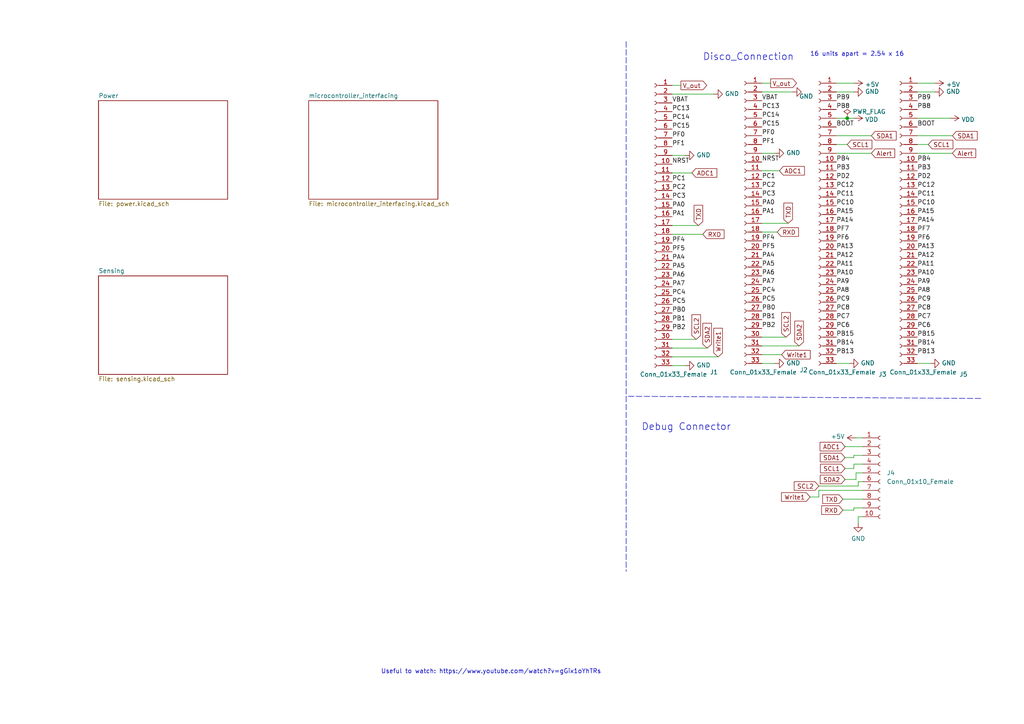
<source format=kicad_sch>
(kicad_sch (version 20211123) (generator eeschema)
  (paper "A4")
  (title_block (title "EEE3088F Template") (date "2022-02-21") (rev "V0.0") (company "University of Cape Town") (comment 3 "@Checked By: ") (comment 4 "@Authors: Justin Pead"))
  (lib_symbols
    (symbol "Connector:Conn_01x10_Female" (pin_names (offset 1.016) hide)
      (property "Reference" "J" (at 0 12.7 0))
      (property "Value" "Conn_01x10_Female" (at 0 -15.24 0))
      (symbol "Conn_01x10_Female_1_1"
        (arc (start 0 -12.192) (mid -0.508 -12.7) (end 0 -13.208) (stroke (width 0.1524)))
        (arc (start 0 -9.652) (mid -0.508 -10.16) (end 0 -10.668) (stroke (width 0.1524)))
        (arc (start 0 -7.112) (mid -0.508 -7.62) (end 0 -8.128) (stroke (width 0.1524)))
        (arc (start 0 -4.572) (mid -0.508 -5.08) (end 0 -5.588) (stroke (width 0.1524)))
        (arc (start 0 -2.032) (mid -0.508 -2.54) (end 0 -3.048) (stroke (width 0.1524)))
        (polyline (pts (xy -1.27 -12.7) (xy -0.508 -12.7)) (stroke (width 0.1524)))
        (polyline (pts (xy -1.27 -10.16) (xy -0.508 -10.16)) (stroke (width 0.1524)))
        (polyline (pts (xy -1.27 -7.62) (xy -0.508 -7.62)) (stroke (width 0.1524)))
        (polyline (pts (xy -1.27 -5.08) (xy -0.508 -5.08)) (stroke (width 0.1524)))
        (polyline (pts (xy -1.27 -2.54) (xy -0.508 -2.54)) (stroke (width 0.1524)))
        (polyline (pts (xy -1.27 0) (xy -0.508 0)) (stroke (width 0.1524)))
        (polyline (pts (xy -1.27 2.54) (xy -0.508 2.54)) (stroke (width 0.1524)))
        (polyline (pts (xy -1.27 5.08) (xy -0.508 5.08)) (stroke (width 0.1524)))
        (polyline (pts (xy -1.27 7.62) (xy -0.508 7.62)) (stroke (width 0.1524)))
        (polyline (pts (xy -1.27 10.16) (xy -0.508 10.16)) (stroke (width 0.1524)))
        (arc (start 0 0.508) (mid -0.508 0) (end 0 -0.508) (stroke (width 0.1524)))
        (arc (start 0 3.048) (mid -0.508 2.54) (end 0 2.032) (stroke (width 0.1524)))
        (arc (start 0 5.588) (mid -0.508 5.08) (end 0 4.572) (stroke (width 0.1524)))
        (arc (start 0 8.128) (mid -0.508 7.62) (end 0 7.112) (stroke (width 0.1524)))
        (arc (start 0 10.668) (mid -0.508 10.16) (end 0 9.652) (stroke (width 0.1524)))
        (pin passive line (at -5.08 10.16 0) (length 3.81) (name "Pin_1") (number "1"))
        (pin passive line (at -5.08 -12.7 0) (length 3.81) (name "Pin_10") (number "10"))
        (pin passive line (at -5.08 7.62 0) (length 3.81) (name "Pin_2") (number "2"))
        (pin passive line (at -5.08 5.08 0) (length 3.81) (name "Pin_3") (number "3"))
        (pin passive line (at -5.08 2.54 0) (length 3.81) (name "Pin_4") (number "4"))
        (pin passive line (at -5.08 0 0) (length 3.81) (name "Pin_5") (number "5"))
        (pin passive line (at -5.08 -2.54 0) (length 3.81) (name "Pin_6") (number "6"))
        (pin passive line (at -5.08 -5.08 0) (length 3.81) (name "Pin_7") (number "7"))
        (pin passive line (at -5.08 -7.62 0) (length 3.81) (name "Pin_8") (number "8"))
        (pin passive line (at -5.08 -10.16 0) (length 3.81) (name "Pin_9") (number "9"))
      )
    )
    (symbol "Connector:Conn_01x33_Female" (pin_names (offset 1.016) hide)
      (property "Reference" "J" (at 0 43.18 0))
      (property "Value" "Conn_01x33_Female" (at 0 -43.18 0))
      (symbol "Conn_01x33_Female_1_1"
        (arc (start 0 -40.132) (mid -0.508 -40.64) (end 0 -41.148) (stroke (width 0.1524)))
        (arc (start 0 -37.592) (mid -0.508 -38.1) (end 0 -38.608) (stroke (width 0.1524)))
        (arc (start 0 -35.052) (mid -0.508 -35.56) (end 0 -36.068) (stroke (width 0.1524)))
        (arc (start 0 -32.512) (mid -0.508 -33.02) (end 0 -33.528) (stroke (width 0.1524)))
        (arc (start 0 -29.972) (mid -0.508 -30.48) (end 0 -30.988) (stroke (width 0.1524)))
        (arc (start 0 -27.432) (mid -0.508 -27.94) (end 0 -28.448) (stroke (width 0.1524)))
        (arc (start 0 -24.892) (mid -0.508 -25.4) (end 0 -25.908) (stroke (width 0.1524)))
        (arc (start 0 -22.352) (mid -0.508 -22.86) (end 0 -23.368) (stroke (width 0.1524)))
        (arc (start 0 -19.812) (mid -0.508 -20.32) (end 0 -20.828) (stroke (width 0.1524)))
        (arc (start 0 -17.272) (mid -0.508 -17.78) (end 0 -18.288) (stroke (width 0.1524)))
        (arc (start 0 -14.732) (mid -0.508 -15.24) (end 0 -15.748) (stroke (width 0.1524)))
        (arc (start 0 -12.192) (mid -0.508 -12.7) (end 0 -13.208) (stroke (width 0.1524)))
        (arc (start 0 -9.652) (mid -0.508 -10.16) (end 0 -10.668) (stroke (width 0.1524)))
        (arc (start 0 -7.112) (mid -0.508 -7.62) (end 0 -8.128) (stroke (width 0.1524)))
        (arc (start 0 -4.572) (mid -0.508 -5.08) (end 0 -5.588) (stroke (width 0.1524)))
        (arc (start 0 -2.032) (mid -0.508 -2.54) (end 0 -3.048) (stroke (width 0.1524)))
        (polyline (pts (xy -1.27 -40.64) (xy -0.508 -40.64)) (stroke (width 0.1524)))
        (polyline (pts (xy -1.27 -38.1) (xy -0.508 -38.1)) (stroke (width 0.1524)))
        (polyline (pts (xy -1.27 -35.56) (xy -0.508 -35.56)) (stroke (width 0.1524)))
        (polyline (pts (xy -1.27 -33.02) (xy -0.508 -33.02)) (stroke (width 0.1524)))
        (polyline (pts (xy -1.27 -30.48) (xy -0.508 -30.48)) (stroke (width 0.1524)))
        (polyline (pts (xy -1.27 -27.94) (xy -0.508 -27.94)) (stroke (width 0.1524)))
        (polyline (pts (xy -1.27 -25.4) (xy -0.508 -25.4)) (stroke (width 0.1524)))
        (polyline (pts (xy -1.27 -22.86) (xy -0.508 -22.86)) (stroke (width 0.1524)))
        (polyline (pts (xy -1.27 -20.32) (xy -0.508 -20.32)) (stroke (width 0.1524)))
        (polyline (pts (xy -1.27 -17.78) (xy -0.508 -17.78)) (stroke (width 0.1524)))
        (polyline (pts (xy -1.27 -15.24) (xy -0.508 -15.24)) (stroke (width 0.1524)))
        (polyline (pts (xy -1.27 -12.7) (xy -0.508 -12.7)) (stroke (width 0.1524)))
        (polyline (pts (xy -1.27 -10.16) (xy -0.508 -10.16)) (stroke (width 0.1524)))
        (polyline (pts (xy -1.27 -7.62) (xy -0.508 -7.62)) (stroke (width 0.1524)))
        (polyline (pts (xy -1.27 -5.08) (xy -0.508 -5.08)) (stroke (width 0.1524)))
        (polyline (pts (xy -1.27 -2.54) (xy -0.508 -2.54)) (stroke (width 0.1524)))
        (polyline (pts (xy -1.27 0) (xy -0.508 0)) (stroke (width 0.1524)))
        (polyline (pts (xy -1.27 2.54) (xy -0.508 2.54)) (stroke (width 0.1524)))
        (polyline (pts (xy -1.27 5.08) (xy -0.508 5.08)) (stroke (width 0.1524)))
        (polyline (pts (xy -1.27 7.62) (xy -0.508 7.62)) (stroke (width 0.1524)))
        (polyline (pts (xy -1.27 10.16) (xy -0.508 10.16)) (stroke (width 0.1524)))
        (polyline (pts (xy -1.27 12.7) (xy -0.508 12.7)) (stroke (width 0.1524)))
        (polyline (pts (xy -1.27 15.24) (xy -0.508 15.24)) (stroke (width 0.1524)))
        (polyline (pts (xy -1.27 17.78) (xy -0.508 17.78)) (stroke (width 0.1524)))
        (polyline (pts (xy -1.27 20.32) (xy -0.508 20.32)) (stroke (width 0.1524)))
        (polyline (pts (xy -1.27 22.86) (xy -0.508 22.86)) (stroke (width 0.1524)))
        (polyline (pts (xy -1.27 25.4) (xy -0.508 25.4)) (stroke (width 0.1524)))
        (polyline (pts (xy -1.27 27.94) (xy -0.508 27.94)) (stroke (width 0.1524)))
        (polyline (pts (xy -1.27 30.48) (xy -0.508 30.48)) (stroke (width 0.1524)))
        (polyline (pts (xy -1.27 33.02) (xy -0.508 33.02)) (stroke (width 0.1524)))
        (polyline (pts (xy -1.27 35.56) (xy -0.508 35.56)) (stroke (width 0.1524)))
        (polyline (pts (xy -1.27 38.1) (xy -0.508 38.1)) (stroke (width 0.1524)))
        (polyline (pts (xy -1.27 40.64) (xy -0.508 40.64)) (stroke (width 0.1524)))
        (arc (start 0 0.508) (mid -0.508 0) (end 0 -0.508) (stroke (width 0.1524)))
        (arc (start 0 3.048) (mid -0.508 2.54) (end 0 2.032) (stroke (width 0.1524)))
        (arc (start 0 5.588) (mid -0.508 5.08) (end 0 4.572) (stroke (width 0.1524)))
        (arc (start 0 8.128) (mid -0.508 7.62) (end 0 7.112) (stroke (width 0.1524)))
        (arc (start 0 10.668) (mid -0.508 10.16) (end 0 9.652) (stroke (width 0.1524)))
        (arc (start 0 13.208) (mid -0.508 12.7) (end 0 12.192) (stroke (width 0.1524)))
        (arc (start 0 15.748) (mid -0.508 15.24) (end 0 14.732) (stroke (width 0.1524)))
        (arc (start 0 18.288) (mid -0.508 17.78) (end 0 17.272) (stroke (width 0.1524)))
        (arc (start 0 20.828) (mid -0.508 20.32) (end 0 19.812) (stroke (width 0.1524)))
        (arc (start 0 23.368) (mid -0.508 22.86) (end 0 22.352) (stroke (width 0.1524)))
        (arc (start 0 25.908) (mid -0.508 25.4) (end 0 24.892) (stroke (width 0.1524)))
        (arc (start 0 28.448) (mid -0.508 27.94) (end 0 27.432) (stroke (width 0.1524)))
        (arc (start 0 30.988) (mid -0.508 30.48) (end 0 29.972) (stroke (width 0.1524)))
        (arc (start 0 33.528) (mid -0.508 33.02) (end 0 32.512) (stroke (width 0.1524)))
        (arc (start 0 36.068) (mid -0.508 35.56) (end 0 35.052) (stroke (width 0.1524)))
        (arc (start 0 38.608) (mid -0.508 38.1) (end 0 37.592) (stroke (width 0.1524)))
        (arc (start 0 41.148) (mid -0.508 40.64) (end 0 40.132) (stroke (width 0.1524)))
        (pin passive line (at -5.08 40.64 0) (length 3.81) (name "Pin_1") (number "1"))
        (pin passive line (at -5.08 17.78 0) (length 3.81) (name "Pin_10") (number "10"))
        (pin passive line (at -5.08 15.24 0) (length 3.81) (name "Pin_11") (number "11"))
        (pin passive line (at -5.08 12.7 0) (length 3.81) (name "Pin_12") (number "12"))
        (pin passive line (at -5.08 10.16 0) (length 3.81) (name "Pin_13") (number "13"))
        (pin passive line (at -5.08 7.62 0) (length 3.81) (name "Pin_14") (number "14"))
        (pin passive line (at -5.08 5.08 0) (length 3.81) (name "Pin_15") (number "15"))
        (pin passive line (at -5.08 2.54 0) (length 3.81) (name "Pin_16") (number "16"))
        (pin passive line (at -5.08 0 0) (length 3.81) (name "Pin_17") (number "17"))
        (pin passive line (at -5.08 -2.54 0) (length 3.81) (name "Pin_18") (number "18"))
        (pin passive line (at -5.08 -5.08 0) (length 3.81) (name "Pin_19") (number "19"))
        (pin passive line (at -5.08 38.1 0) (length 3.81) (name "Pin_2") (number "2"))
        (pin passive line (at -5.08 -7.62 0) (length 3.81) (name "Pin_20") (number "20"))
        (pin passive line (at -5.08 -10.16 0) (length 3.81) (name "Pin_21") (number "21"))
        (pin passive line (at -5.08 -12.7 0) (length 3.81) (name "Pin_22") (number "22"))
        (pin passive line (at -5.08 -15.24 0) (length 3.81) (name "Pin_23") (number "23"))
        (pin passive line (at -5.08 -17.78 0) (length 3.81) (name "Pin_24") (number "24"))
        (pin passive line (at -5.08 -20.32 0) (length 3.81) (name "Pin_25") (number "25"))
        (pin passive line (at -5.08 -22.86 0) (length 3.81) (name "Pin_26") (number "26"))
        (pin passive line (at -5.08 -25.4 0) (length 3.81) (name "Pin_27") (number "27"))
        (pin passive line (at -5.08 -27.94 0) (length 3.81) (name "Pin_28") (number "28"))
        (pin passive line (at -5.08 -30.48 0) (length 3.81) (name "Pin_29") (number "29"))
        (pin passive line (at -5.08 35.56 0) (length 3.81) (name "Pin_3") (number "3"))
        (pin passive line (at -5.08 -33.02 0) (length 3.81) (name "Pin_30") (number "30"))
        (pin passive line (at -5.08 -35.56 0) (length 3.81) (name "Pin_31") (number "31"))
        (pin passive line (at -5.08 -38.1 0) (length 3.81) (name "Pin_32") (number "32"))
        (pin passive line (at -5.08 -40.64 0) (length 3.81) (name "Pin_33") (number "33"))
        (pin passive line (at -5.08 33.02 0) (length 3.81) (name "Pin_4") (number "4"))
        (pin passive line (at -5.08 30.48 0) (length 3.81) (name "Pin_5") (number "5"))
        (pin passive line (at -5.08 27.94 0) (length 3.81) (name "Pin_6") (number "6"))
        (pin passive line (at -5.08 25.4 0) (length 3.81) (name "Pin_7") (number "7"))
        (pin passive line (at -5.08 22.86 0) (length 3.81) (name "Pin_8") (number "8"))
        (pin passive line (at -5.08 20.32 0) (length 3.81) (name "Pin_9") (number "9"))
      )
    )
    (symbol "power:+5V" (power) (pin_names (offset 0))
      (property "Value" "+5V" (at 0 3.556 0))
      (symbol "+5V_0_1"
        (polyline (pts (xy -0.762 1.27) (xy 0 2.54)))
        (polyline (pts (xy 0 0) (xy 0 2.54)))
        (polyline (pts (xy 0 2.54) (xy 0.762 1.27)))
      )
      (symbol "+5V_1_1"
        (pin power_in line (at 0 0 90) (length 0) hide (name "+5V") (number "1"))
      )
    )
    (symbol "power:GND" (power) (pin_names (offset 0))
      (property "Value" "GND" (at 0 -3.81 0))
      (symbol "GND_0_1"
        (polyline (pts (xy 0 0) (xy 0 -1.27) (xy 1.27 -1.27) (xy 0 -2.54) (xy -1.27 -1.27) (xy 0 -1.27)))
      )
      (symbol "GND_1_1"
        (pin power_in line (at 0 0 270) (length 0) hide (name "GND") (number "1"))
      )
    )
    (symbol "power:PWR_FLAG" (power) (pin_numbers hide) (pin_names (offset 0) hide)
      (property "Value" "PWR_FLAG" (at 0 3.81 0))
      (symbol "PWR_FLAG_0_0"
        (pin power_out line (at 0 0 90) (length 0) (name "pwr") (number "1"))
      )
      (symbol "PWR_FLAG_0_1"
        (polyline (pts (xy 0 0) (xy 0 1.27) (xy -1.016 1.905) (xy 0 2.54) (xy 1.016 1.905) (xy 0 1.27)))
      )
    )
    (symbol "power:VDD" (power) (pin_names (offset 0))
      (property "Value" "VDD" (at 0 3.81 0))
      (symbol "VDD_0_1"
        (polyline (pts (xy -0.762 1.27) (xy 0 2.54)))
        (polyline (pts (xy 0 0) (xy 0 2.54)))
        (polyline (pts (xy 0 2.54) (xy 0.762 1.27)))
      )
      (symbol "VDD_1_1"
        (pin power_in line (at 0 0 90) (length 0) hide (name "VDD") (number "1"))
      )
    )
  )
  (junction (at 245.745 34.29))
  (wire (pts (xy 245.11 132.715) (xy 247.65 132.715)))
  (wire (pts (xy 224.79 105.41) (xy 220.98 105.41)))
  (wire (pts (xy 245.11 139.065) (xy 248.285 139.065)))
  (wire (pts (xy 248.285 139.065) (xy 248.285 137.16)))
  (wire (pts (xy 194.945 24.765) (xy 197.485 24.765)))
  (wire (pts (xy 242.57 24.13) (xy 247.65 24.13)))
  (wire (pts (xy 242.57 26.67) (xy 247.65 26.67)))
  (wire (pts (xy 242.57 44.45) (xy 252.73 44.45)))
  (wire (pts (xy 248.92 151.765) (xy 248.92 149.86)))
  (wire (pts (xy 244.475 144.78) (xy 250.19 144.78)))
  (wire (pts (xy 242.57 41.91) (xy 245.745 41.91)))
  (wire (pts (xy 266.065 34.29) (xy 275.59 34.29)))
  (wire (pts (xy 220.98 49.53) (xy 226.06 49.53)))
  (polyline (pts (xy 181.61 12.065) (xy 181.61 114.935)))
  (wire (pts (xy 247.65 132.08) (xy 250.19 132.08)))
  (wire (pts (xy 247.65 135.89) (xy 247.65 134.62)))
  (wire (pts (xy 220.98 24.13) (xy 223.52 24.13)))
  (wire (pts (xy 248.92 149.86) (xy 250.19 149.86)))
  (wire (pts (xy 247.65 147.955) (xy 247.65 147.32)))
  (polyline (pts (xy 284.48 115.57) (xy 181.61 114.935)))
  (wire (pts (xy 266.065 26.67) (xy 271.145 26.67)))
  (wire (pts (xy 194.945 67.945) (xy 203.835 67.945)))
  (wire (pts (xy 234.95 144.145) (xy 237.49 144.145)))
  (wire (pts (xy 220.98 44.45) (xy 224.79 44.45)))
  (wire (pts (xy 194.945 98.425) (xy 201.93 98.425)))
  (polyline (pts (xy 181.61 114.935) (xy 181.61 165.735)))
  (wire (pts (xy 266.065 44.45) (xy 276.225 44.45)))
  (wire (pts (xy 220.98 100.33) (xy 231.775 100.33)))
  (wire (pts (xy 220.98 26.67) (xy 229.87 26.67)))
  (wire (pts (xy 220.98 67.31) (xy 225.425 67.31)))
  (wire (pts (xy 248.285 127) (xy 250.19 127)))
  (wire (pts (xy 242.57 105.41) (xy 246.38 105.41)))
  (wire (pts (xy 194.945 100.965) (xy 205.105 100.965)))
  (wire (pts (xy 248.92 140.97) (xy 248.92 139.7)))
  (wire (pts (xy 247.65 132.715) (xy 247.65 132.08)))
  (wire (pts (xy 220.98 64.77) (xy 228.6 64.77)))
  (wire (pts (xy 194.945 50.165) (xy 200.66 50.165)))
  (wire (pts (xy 266.065 24.13) (xy 271.145 24.13)))
  (wire (pts (xy 247.65 147.32) (xy 250.19 147.32)))
  (wire (pts (xy 194.945 103.505) (xy 208.28 103.505)))
  (wire (pts (xy 248.92 139.7) (xy 250.19 139.7)))
  (wire (pts (xy 198.755 106.045) (xy 194.945 106.045)))
  (wire (pts (xy 242.57 39.37) (xy 252.73 39.37)))
  (wire (pts (xy 237.49 142.24) (xy 250.19 142.24)))
  (wire (pts (xy 245.11 135.89) (xy 247.65 135.89)))
  (wire (pts (xy 194.945 27.305) (xy 207.01 27.305)))
  (wire (pts (xy 194.945 45.085) (xy 198.755 45.085)))
  (wire (pts (xy 266.065 39.37) (xy 276.225 39.37)))
  (wire (pts (xy 220.98 102.87) (xy 226.695 102.87)))
  (wire (pts (xy 248.285 137.16) (xy 250.19 137.16)))
  (wire (pts (xy 245.11 129.54) (xy 250.19 129.54)))
  (wire (pts (xy 237.49 144.145) (xy 237.49 142.24)))
  (wire (pts (xy 266.065 105.41) (xy 269.875 105.41)))
  (wire (pts (xy 245.745 34.29) (xy 247.65 34.29)))
  (wire (pts (xy 194.945 65.405) (xy 202.565 65.405)))
  (wire (pts (xy 244.475 147.955) (xy 247.65 147.955)))
  (wire (pts (xy 266.065 41.91) (xy 269.24 41.91)))
  (wire (pts (xy 220.98 97.79) (xy 227.965 97.79)))
  (wire (pts (xy 237.49 140.97) (xy 248.92 140.97)))
  (wire (pts (xy 242.57 34.29) (xy 245.745 34.29)))
  (wire (pts (xy 247.65 134.62) (xy 250.19 134.62)))
  (text "Useful to watch: https://www.youtube.com/watch?v=gGix1oYhTRs" (at 110.49 195.58 0) (effects (font (size 1.27 1.27)) (justify left bottom)))
  (text "16 units apart = 2.54 x 16" (at 234.95 16.51 0) (effects (font (size 1.27 1.27)) (justify left bottom)))
  (text "Disco_Connection" (at 203.835 17.78 0) (effects (font (size 2.0066 2.0066)) (justify left bottom)))
  (text "Debug Connector\n" (at 186.055 125.095 0) (effects (font (size 2.0066 2.0066)) (justify left bottom)))
  (label "PA10" (at 242.57 80.01 0))
  (label "PC11" (at 266.065 57.15 0))
  (label "PC7" (at 242.57 92.71 0))
  (label "PD2" (at 242.57 52.07 0))
  (label "PC3" (at 220.98 57.15 0))
  (label "PA1" (at 220.98 62.23 0))
  (label "PA5" (at 220.98 77.47 0))
  (label "PF6" (at 242.57 69.85 0))
  (label "PB14" (at 266.065 100.33 0))
  (label "PC7" (at 266.065 92.71 0))
  (label "PC9" (at 266.065 87.63 0))
  (label "PA8" (at 242.57 85.09 0))
  (label "PA1" (at 194.945 62.865 0))
  (label "PF1" (at 220.98 41.91 0))
  (label "PB4" (at 242.57 46.99 0))
  (label "PF7" (at 266.065 67.31 0))
  (label "PC1" (at 194.945 52.705 0))
  (label "PC13" (at 194.945 32.385 0))
  (label "VBAT" (at 194.945 29.845 0))
  (label "PA9" (at 242.57 82.55 0))
  (label "BOOT" (at 266.065 36.83 0))
  (label "PD2" (at 266.065 52.07 0))
  (label "PC12" (at 266.065 54.61 0))
  (label "PA11" (at 242.57 77.47 0))
  (label "PC10" (at 266.065 59.69 0))
  (label "PF0" (at 220.98 39.37 0))
  (label "PA0" (at 220.98 59.69 0))
  (label "PA7" (at 220.98 82.55 0))
  (label "PB13" (at 266.065 102.87 0))
  (label "PC4" (at 194.945 85.725 0))
  (label "PB1" (at 220.98 92.71 0))
  (label "PC15" (at 194.945 37.465 0))
  (label "PB1" (at 194.945 93.345 0))
  (label "PA5" (at 194.945 78.105 0))
  (label "PB2" (at 220.98 95.25 0))
  (label "PC2" (at 220.98 54.61 0))
  (label "PB15" (at 242.57 97.79 0))
  (label "PB0" (at 194.945 90.805 0))
  (label "PC8" (at 266.065 90.17 0))
  (label "PA10" (at 266.065 80.01 0))
  (label "PA6" (at 220.98 80.01 0))
  (label "VBAT" (at 220.98 29.21 0))
  (label "NRST" (at 220.98 46.99 0))
  (label "PA14" (at 266.065 64.77 0))
  (label "PB13" (at 242.57 102.87 0))
  (label "PC6" (at 266.065 95.25 0))
  (label "PA7" (at 194.945 83.185 0))
  (label "PC9" (at 242.57 87.63 0))
  (label "PC14" (at 194.945 34.925 0))
  (label "PB8" (at 242.57 31.75 0))
  (label "PC2" (at 194.945 55.245 0))
  (label "PF4" (at 194.945 70.485 0))
  (label "PB2" (at 194.945 95.885 0))
  (label "PA12" (at 266.065 74.93 0))
  (label "PC5" (at 194.945 88.265 0))
  (label "PF5" (at 220.98 72.39 0))
  (label "PA6" (at 194.945 80.645 0))
  (label "NRST" (at 194.945 47.625 0))
  (label "PA14" (at 242.57 64.77 0))
  (label "PC6" (at 242.57 95.25 0))
  (label "PF1" (at 194.945 42.545 0))
  (label "PA4" (at 194.945 75.565 0))
  (label "PB15" (at 266.065 97.79 0))
  (label "PB4" (at 266.065 46.99 0))
  (label "PA13" (at 242.57 72.39 0))
  (label "PB0" (at 220.98 90.17 0))
  (label "BOOT" (at 242.57 36.83 0))
  (label "PF0" (at 194.945 40.005 0))
  (label "PC1" (at 220.98 52.07 0))
  (label "PC5" (at 220.98 87.63 0))
  (label "PF7" (at 242.57 67.31 0))
  (label "PB3" (at 242.57 49.53 0))
  (label "PF5" (at 194.945 73.025 0))
  (label "PC11" (at 242.57 57.15 0))
  (label "PC14" (at 220.98 34.29 0))
  (label "PA0" (at 194.945 60.325 0))
  (label "PA4" (at 220.98 74.93 0))
  (label "PF6" (at 266.065 69.85 0))
  (label "PC8" (at 242.57 90.17 0))
  (label "PA11" (at 266.065 77.47 0))
  (label "PA15" (at 266.065 62.23 0))
  (label "PB8" (at 266.065 31.75 0))
  (label "PA9" (at 266.065 82.55 0))
  (label "PF4" (at 220.98 69.85 0))
  (label "PB9" (at 266.065 29.21 0))
  (label "PC4" (at 220.98 85.09 0))
  (label "PA15" (at 242.57 62.23 0))
  (label "PA13" (at 266.065 72.39 0))
  (label "PC12" (at 242.57 54.61 0))
  (label "PB9" (at 242.57 29.21 0))
  (label "PA12" (at 242.57 74.93 0))
  (label "PB3" (at 266.065 49.53 0))
  (label "PC15" (at 220.98 36.83 0))
  (label "PC13" (at 220.98 31.75 0))
  (label "PA8" (at 266.065 85.09 0))
  (label "PC10" (at 242.57 59.69 0))
  (label "PB14" (at 242.57 100.33 0))
  (label "PC3" (at 194.945 57.785 0))
  (global_label "SDA2" (shape input) (at 205.105 100.965 90) (property "Intersheet References" "${INTERSHEET_REFS}" (effects hide)))
  (global_label "V_out" (shape output) (at 223.52 24.13 0) (property "Intersheet References" "${INTERSHEET_REFS}" (effects hide)))
  (global_label "TXD" (shape input) (at 244.475 144.78 180) (property "Intersheet References" "${INTERSHEET_REFS}" (effects hide)))
  (global_label "SCL1" (shape input) (at 245.11 135.89 180) (property "Intersheet References" "${INTERSHEET_REFS}" (effects hide)))
  (global_label "ADC1" (shape input) (at 226.06 49.53 0) (property "Intersheet References" "${INTERSHEET_REFS}" (effects hide)))
  (global_label "ADC1" (shape input) (at 200.66 50.165 0) (property "Intersheet References" "${INTERSHEET_REFS}" (effects hide)))
  (global_label "TXD" (shape input) (at 228.6 64.77 90) (property "Intersheet References" "${INTERSHEET_REFS}" (effects hide)))
  (global_label "Write1" (shape input) (at 226.695 102.87 0) (property "Intersheet References" "${INTERSHEET_REFS}" (effects hide)))
  (global_label "V_out" (shape output) (at 197.485 24.765 0) (property "Intersheet References" "${INTERSHEET_REFS}" (effects hide)))
  (global_label "RXD" (shape input) (at 244.475 147.955 180) (property "Intersheet References" "${INTERSHEET_REFS}" (effects hide)))
  (global_label "TXD" (shape input) (at 202.565 65.405 90) (property "Intersheet References" "${INTERSHEET_REFS}" (effects hide)))
  (global_label "Alert" (shape input) (at 276.225 44.45 0) (property "Intersheet References" "${INTERSHEET_REFS}" (effects hide)))
  (global_label "Write1" (shape input) (at 234.95 144.145 180) (property "Intersheet References" "${INTERSHEET_REFS}" (effects hide)))
  (global_label "SDA1" (shape input) (at 245.11 132.715 180) (property "Intersheet References" "${INTERSHEET_REFS}" (effects hide)))
  (global_label "SDA1" (shape input) (at 276.225 39.37 0) (property "Intersheet References" "${INTERSHEET_REFS}" (effects hide)))
  (global_label "SDA2" (shape input) (at 245.11 139.065 180) (property "Intersheet References" "${INTERSHEET_REFS}" (effects hide)))
  (global_label "ADC1" (shape input) (at 245.11 129.54 180) (property "Intersheet References" "${INTERSHEET_REFS}" (effects hide)))
  (global_label "SDA1" (shape input) (at 252.73 39.37 0) (property "Intersheet References" "${INTERSHEET_REFS}" (effects hide)))
  (global_label "SDA2" (shape input) (at 231.775 100.33 90) (property "Intersheet References" "${INTERSHEET_REFS}" (effects hide)))
  (global_label "SCL2" (shape input) (at 201.93 98.425 90) (property "Intersheet References" "${INTERSHEET_REFS}" (effects hide)))
  (global_label "SCL2" (shape input) (at 237.49 140.97 180) (property "Intersheet References" "${INTERSHEET_REFS}" (effects hide)))
  (global_label "RXD" (shape input) (at 225.425 67.31 0) (property "Intersheet References" "${INTERSHEET_REFS}" (effects hide)))
  (global_label "Alert" (shape input) (at 252.73 44.45 0) (property "Intersheet References" "${INTERSHEET_REFS}" (effects hide)))
  (global_label "Write1" (shape input) (at 208.28 103.505 90) (property "Intersheet References" "${INTERSHEET_REFS}" (effects hide)))
  (global_label "RXD" (shape input) (at 203.835 67.945 0) (property "Intersheet References" "${INTERSHEET_REFS}" (effects hide)))
  (global_label "SCL1" (shape input) (at 269.24 41.91 0) (property "Intersheet References" "${INTERSHEET_REFS}" (effects hide)))
  (global_label "SCL2" (shape input) (at 227.965 97.79 90) (property "Intersheet References" "${INTERSHEET_REFS}" (effects hide)))
  (global_label "SCL1" (shape input) (at 245.745 41.91 0) (property "Intersheet References" "${INTERSHEET_REFS}" (effects hide)))
  (symbol (lib_id "power:GND") (at 246.38 105.41 90) (unit 1)
    (property "Reference" "#PWR07" (effects hide))
    (property "Value" "GND" (at 249.6312 105.283 90) (effects (justify right)))
  )
  (symbol (lib_id "Connector:Conn_01x10_Female") (at 255.27 137.16 0) (unit 1)
    (property "Reference" "J4" (at 257.175 137.1599 0) (effects (justify left)))
    (property "Value" "Conn_01x10_Female" (at 257.175 139.6999 0) (effects (justify left)))
    (property "Footprint" "Connector_PinHeader_2.54mm:PinHeader_1x10_P2.54mm_Vertical" (effects hide))
  )
  (symbol (lib_id "power:GND") (at 198.755 106.045 90) (unit 1)
    (property "Reference" "#PWR02" (effects hide))
    (property "Value" "GND" (at 202.0062 105.918 90) (effects (justify right)))
  )
  (symbol (lib_id "power:GND") (at 198.755 45.085 90) (unit 1)
    (property "Reference" "#PWR01" (effects hide))
    (property "Value" "GND" (at 202.0062 44.958 90) (effects (justify right)))
  )
  (symbol (lib_id "power:GND") (at 248.92 151.765 0) (unit 1)
    (property "Reference" "#PWR012" (effects hide))
    (property "Value" "GND" (at 248.92 156.21 0))
  )
  (symbol (lib_id "power:GND") (at 207.01 27.305 90) (unit 1)
    (property "Reference" "#PWR03" (effects hide))
    (property "Value" "GND" (at 210.2612 27.178 90) (effects (justify right)))
  )
  (symbol (lib_id "power:GND") (at 269.875 105.41 90) (unit 1)
    (property "Reference" "#PWR013" (effects hide))
    (property "Value" "GND" (at 273.1262 105.283 90) (effects (justify right)))
  )
  (symbol (lib_id "Connector:Conn_01x33_Female") (at 215.9 64.77 0) (mirror y) (unit 1)
    (property "Reference" "J2" (at 234.315 107.315 0) (effects (justify left)))
    (property "Value" "Conn_01x33_Female" (at 231.14 107.95 0) (effects (justify left)))
    (property "Footprint" "Connector_PinSocket_2.54mm:PinSocket_1x33_P2.54mm_Vertical" (effects hide))
    (property "LCSC" "C1234 (example)" (effects hide))
    (property "Populate" "DNP" (effects hide))
    (property "Alt_LCSC" "C12345 (example)" (effects hide))
    (property "Price" "0" (effects hide))
  )
  (symbol (lib_id "power:+5V") (at 248.285 127 90) (unit 1)
    (property "Reference" "#PWR011" (effects hide))
    (property "Value" "+5V" (at 245.0338 126.619 90) (effects (justify left)))
  )
  (symbol (lib_id "power:GND") (at 271.145 26.67 90) (unit 1)
    (property "Reference" "#PWR015" (effects hide))
    (property "Value" "GND" (at 274.3962 26.543 90) (effects (justify right)))
  )
  (symbol (lib_id "power:+5V") (at 271.145 24.13 270) (unit 1)
    (property "Reference" "#PWR014" (effects hide))
    (property "Value" "+5V" (at 274.3962 24.511 90) (effects (justify left)))
  )
  (symbol (lib_id "power:GND") (at 224.79 44.45 90) (unit 1)
    (property "Reference" "#PWR04" (effects hide))
    (property "Value" "GND" (at 228.0412 44.323 90) (effects (justify right)))
  )
  (symbol (lib_id "power:GND") (at 247.65 26.67 90) (unit 1)
    (property "Reference" "#PWR09" (effects hide))
    (property "Value" "GND" (at 250.9012 26.543 90) (effects (justify right)))
  )
  (symbol (lib_id "Connector:Conn_01x33_Female") (at 189.865 65.405 0) (mirror y) (unit 1)
    (property "Reference" "J1" (at 208.28 107.95 0) (effects (justify left)))
    (property "Value" "Conn_01x33_Female" (at 205.105 108.585 0) (effects (justify left)))
    (property "Footprint" "Connector_PinSocket_2.54mm:PinSocket_1x33_P2.54mm_Vertical" (effects hide))
    (property "LCSC" "C1234 (example)" (effects hide))
    (property "Populate" "DNP" (effects hide))
    (property "Alt_LCSC" "C12345 (example)" (effects hide))
    (property "Price" "0" (effects hide))
  )
  (symbol (lib_id "power:GND") (at 224.79 105.41 90) (unit 1)
    (property "Reference" "#PWR05" (effects hide))
    (property "Value" "GND" (at 228.0412 105.283 90) (effects (justify right)))
  )
  (symbol (lib_id "power:PWR_FLAG") (at 245.745 34.29 0) (unit 1)
    (property "Reference" "#FLG01" (effects hide))
    (property "Value" "PWR_FLAG" (at 252.095 32.385 0))
  )
  (symbol (lib_id "power:VDD") (at 275.59 34.29 270) (unit 1)
    (property "Reference" "#PWR016" (effects hide))
    (property "Value" "VDD" (at 278.8412 34.671 90) (effects (justify left)))
  )
  (symbol (lib_id "Connector:Conn_01x33_Female") (at 260.985 64.77 0) (mirror y) (unit 1)
    (property "Reference" "J5" (at 280.67 108.585 0) (effects (justify left)))
    (property "Value" "Conn_01x33_Female" (at 277.495 107.95 0) (effects (justify left)))
    (property "Footprint" "Connector_PinSocket_2.54mm:PinSocket_1x33_P2.54mm_Vertical" (effects hide))
    (property "LCSC" "C1234 (example)" (effects hide))
    (property "Populate" "DNP" (effects hide))
    (property "Alt_LCSC" "C12345 (example)" (effects hide))
    (property "Price" "0" (effects hide))
  )
  (symbol (lib_id "power:GND") (at 229.87 26.67 90) (unit 1)
    (property "Reference" "#PWR06" (effects hide))
    (property "Value" "GND" (at 231.775 27.94 90) (effects (justify right)))
  )
  (symbol (lib_id "power:VDD") (at 247.65 34.29 270) (unit 1)
    (property "Reference" "#PWR010" (effects hide))
    (property "Value" "VDD" (at 250.9012 34.671 90) (effects (justify left)))
  )
  (symbol (lib_id "power:+5V") (at 247.65 24.13 270) (unit 1)
    (property "Reference" "#PWR08" (effects hide))
    (property "Value" "+5V" (at 250.9012 24.511 90) (effects (justify left)))
  )
  (symbol (lib_id "Connector:Conn_01x33_Female") (at 237.49 64.77 0) (mirror y) (unit 1)
    (property "Reference" "J3" (at 257.175 108.585 0) (effects (justify left)))
    (property "Value" "Conn_01x33_Female" (at 254 107.95 0) (effects (justify left)))
    (property "Footprint" "Connector_PinSocket_2.54mm:PinSocket_1x33_P2.54mm_Vertical" (effects hide))
    (property "LCSC" "C1234 (example)" (effects hide))
    (property "Populate" "DNP" (effects hide))
    (property "Alt_LCSC" "C12345 (example)" (effects hide))
    (property "Price" "0" (effects hide))
  )
  (sheet (at 89.535 29.21) (size 37.465 28.575) (stroke (width 0.1524))
    (property "Sheet name" "microcontroller_interfacing" (at 89.535 28.4984 0) (effects (justify left bottom)))
    (property "Sheet file" "microcontroller_interfacing.kicad_sch" (at 89.535 58.3696 0) (effects (justify left top)))
  )
  (sheet (at 28.575 80.01) (size 37.465 28.575) (stroke (width 0.1524))
    (property "Sheet name" "Sensing" (at 28.575 79.2984 0) (effects (justify left bottom)))
    (property "Sheet file" "sensing.kicad_sch" (at 28.575 109.1696 0) (effects (justify left top)))
  )
  (sheet (at 28.575 29.21) (size 37.465 28.575) (stroke (width 0.1524))
    (property "Sheet name" "Power" (at 28.575 28.4984 0) (effects (justify left bottom)))
    (property "Sheet file" "power.kicad_sch" (at 28.575 58.3696 0) (effects (justify left top)))
  )
)
</source>
